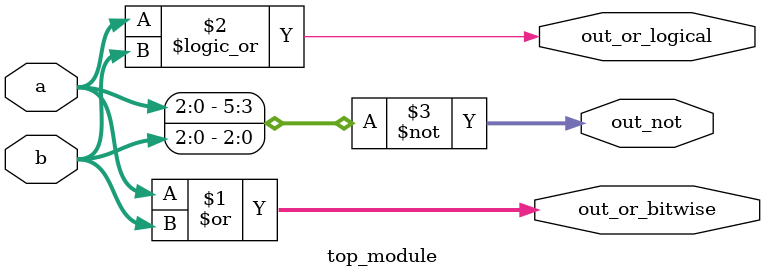
<source format=sv>
module top_module(
	input [2:0] a, 
	input [2:0] b, 
	output [2:0] out_or_bitwise,
	output out_or_logical,
	output [5:0] out_not
); 

	assign out_or_bitwise = a | b;
	assign out_or_logical = a || b;
	assign out_not = ~{a, b};

endmodule

</source>
